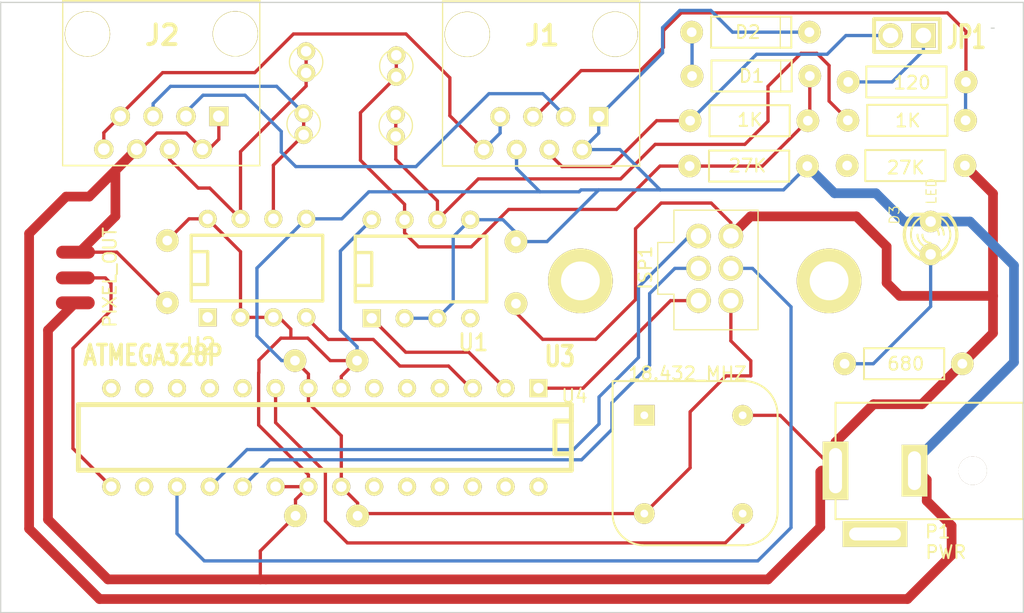
<source format=kicad_pcb>
(kicad_pcb (version 3) (host pcbnew "(2013-07-07 BZR 4022)-stable")

  (general
    (links 72)
    (no_connects 2)
    (area 155.599999 136.201 235.009001 183.980001)
    (thickness 1.6)
    (drawings 5)
    (tracks 296)
    (zones 0)
    (modules 29)
    (nets 22)
  )

  (page A3)
  (layers
    (15 F.Cu signal)
    (0 B.Cu signal)
    (16 B.Adhes user)
    (17 F.Adhes user)
    (18 B.Paste user)
    (19 F.Paste user)
    (20 B.SilkS user)
    (21 F.SilkS user)
    (22 B.Mask user)
    (23 F.Mask user)
    (24 Dwgs.User user)
    (25 Cmts.User user)
    (26 Eco1.User user)
    (27 Eco2.User user)
    (28 Edge.Cuts user)
  )

  (setup
    (last_trace_width 0.254)
    (user_trace_width 0.5)
    (user_trace_width 0.75)
    (user_trace_width 1.2)
    (user_trace_width 2)
    (user_trace_width 3.5)
    (user_trace_width 4)
    (trace_clearance 0.254)
    (zone_clearance 0.508)
    (zone_45_only no)
    (trace_min 0.254)
    (segment_width 0.2)
    (edge_width 0.1)
    (via_size 0.889)
    (via_drill 0.635)
    (via_min_size 0.889)
    (via_min_drill 0.508)
    (user_via 1 0.8)
    (user_via 2.75 2.5)
    (uvia_size 0.508)
    (uvia_drill 0.127)
    (uvias_allowed no)
    (uvia_min_size 0.508)
    (uvia_min_drill 0.127)
    (pcb_text_width 0.3)
    (pcb_text_size 1.5 1.5)
    (mod_edge_width 0.15)
    (mod_text_size 1 1)
    (mod_text_width 0.15)
    (pad_size 1.2 3)
    (pad_drill 0.8)
    (pad_to_mask_clearance 0)
    (aux_axis_origin 0 0)
    (visible_elements 7FFFFFFF)
    (pcbplotparams
      (layerselection 3178497)
      (usegerberextensions true)
      (excludeedgelayer true)
      (linewidth 0.150000)
      (plotframeref false)
      (viasonmask false)
      (mode 1)
      (useauxorigin false)
      (hpglpennumber 1)
      (hpglpenspeed 20)
      (hpglpendiameter 15)
      (hpglpenoverlay 2)
      (psnegative false)
      (psa4output false)
      (plotreference true)
      (plotvalue true)
      (plotothertext true)
      (plotinvisibletext false)
      (padsonsilk false)
      (subtractmaskfromsilk false)
      (outputformat 1)
      (mirror false)
      (drillshape 1)
      (scaleselection 1)
      (outputdirectory ""))
  )

  (net 0 "")
  (net 1 +5V)
  (net 2 GND)
  (net 3 N-000001)
  (net 4 N-0000010)
  (net 5 N-0000011)
  (net 6 N-0000013)
  (net 7 N-0000015)
  (net 8 N-0000016)
  (net 9 N-0000017)
  (net 10 N-0000018)
  (net 11 N-0000019)
  (net 12 N-000002)
  (net 13 N-0000020)
  (net 14 N-0000022)
  (net 15 N-000003)
  (net 16 N-000004)
  (net 17 N-000005)
  (net 18 N-000006)
  (net 19 N-000007)
  (net 20 N-000008)
  (net 21 N-000009)

  (net_class Default "This is the default net class."
    (clearance 0.254)
    (trace_width 0.254)
    (via_dia 0.889)
    (via_drill 0.635)
    (uvia_dia 0.508)
    (uvia_drill 0.127)
    (add_net "")
    (add_net +5V)
    (add_net GND)
    (add_net N-000001)
    (add_net N-0000010)
    (add_net N-0000011)
    (add_net N-0000013)
    (add_net N-0000015)
    (add_net N-0000016)
    (add_net N-0000017)
    (add_net N-0000018)
    (add_net N-0000019)
    (add_net N-000002)
    (add_net N-0000020)
    (add_net N-0000022)
    (add_net N-000003)
    (add_net N-000004)
    (add_net N-000005)
    (add_net N-000006)
    (add_net N-000007)
    (add_net N-000008)
    (add_net N-000009)
  )

  (module TESTPOINT-CIRCLE (layer F.Cu) (tedit 5422399F) (tstamp 556A7E1D)
    (at 179.26 141.35 90)
    (descr "Connecteurs 2 pins")
    (tags "CONN DEV")
    (path /556063E0)
    (fp_text reference TP2 (at 0 -1.524 90) (layer F.SilkS) hide
      (effects (font (size 0.762 0.762) (thickness 0.1524)))
    )
    (fp_text value TESTPOINT (at 0.127 1.524 90) (layer F.SilkS) hide
      (effects (font (size 0.762 0.762) (thickness 0.1524)))
    )
    (fp_circle (center 0.01 0) (end -1.28 -0.01) (layer F.SilkS) (width 0.1))
    (pad 1 thru_hole circle (at -0.83 0 90) (size 1.397 1.397) (drill 0.8128)
      (layers *.Cu *.Mask F.SilkS)
      (net 7 N-0000015)
    )
    (pad 1 thru_hole circle (at 0.84 0 90) (size 1.397 1.397) (drill 0.8128)
      (layers *.Cu *.Mask F.SilkS)
      (net 7 N-0000015)
    )
    (model connectors/testpoint.wrl
      (at (xyz 0 0 0))
      (scale (xyz 1 1 1))
      (rotate (xyz 0 0 0))
    )
  )

  (module TESTPOINT-CIRCLE (layer F.Cu) (tedit 5422399F) (tstamp 556A7E24)
    (at 179.07 146.15 90)
    (descr "Connecteurs 2 pins")
    (tags "CONN DEV")
    (path /556063DA)
    (fp_text reference TP1 (at 0 -1.524 90) (layer F.SilkS) hide
      (effects (font (size 0.762 0.762) (thickness 0.1524)))
    )
    (fp_text value TESTPOINT (at 0.127 1.524 90) (layer F.SilkS) hide
      (effects (font (size 0.762 0.762) (thickness 0.1524)))
    )
    (fp_circle (center 0.01 0) (end -1.28 -0.01) (layer F.SilkS) (width 0.1))
    (pad 1 thru_hole circle (at -0.83 0 90) (size 1.397 1.397) (drill 0.8128)
      (layers *.Cu *.Mask F.SilkS)
      (net 4 N-0000010)
    )
    (pad 1 thru_hole circle (at 0.84 0 90) (size 1.397 1.397) (drill 0.8128)
      (layers *.Cu *.Mask F.SilkS)
      (net 4 N-0000010)
    )
    (model connectors/testpoint.wrl
      (at (xyz 0 0 0))
      (scale (xyz 1 1 1))
      (rotate (xyz 0 0 0))
    )
  )

  (module TESTPOINT-CIRCLE (layer F.Cu) (tedit 5422399F) (tstamp 556A7E2B)
    (at 186.23 141.66 90)
    (descr "Connecteurs 2 pins")
    (tags "CONN DEV")
    (path /55605EB1)
    (fp_text reference TP4 (at 0 -1.524 90) (layer F.SilkS) hide
      (effects (font (size 0.762 0.762) (thickness 0.1524)))
    )
    (fp_text value TESTPOINT (at 0.127 1.524 90) (layer F.SilkS) hide
      (effects (font (size 0.762 0.762) (thickness 0.1524)))
    )
    (fp_circle (center 0.01 0) (end -1.28 -0.01) (layer F.SilkS) (width 0.1))
    (pad 1 thru_hole circle (at -0.83 0 90) (size 1.397 1.397) (drill 0.8128)
      (layers *.Cu *.Mask F.SilkS)
      (net 5 N-0000011)
    )
    (pad 1 thru_hole circle (at 0.84 0 90) (size 1.397 1.397) (drill 0.8128)
      (layers *.Cu *.Mask F.SilkS)
      (net 5 N-0000011)
    )
    (model connectors/testpoint.wrl
      (at (xyz 0 0 0))
      (scale (xyz 1 1 1))
      (rotate (xyz 0 0 0))
    )
  )

  (module TESTPOINT-CIRCLE (layer F.Cu) (tedit 5422399F) (tstamp 556A7E32)
    (at 186.19 146.27 90)
    (descr "Connecteurs 2 pins")
    (tags "CONN DEV")
    (path /55605E9A)
    (fp_text reference TP3 (at 0 -1.524 90) (layer F.SilkS) hide
      (effects (font (size 0.762 0.762) (thickness 0.1524)))
    )
    (fp_text value TESTPOINT (at 0.127 1.524 90) (layer F.SilkS) hide
      (effects (font (size 0.762 0.762) (thickness 0.1524)))
    )
    (fp_circle (center 0.01 0) (end -1.28 -0.01) (layer F.SilkS) (width 0.1))
    (pad 1 thru_hole circle (at -0.83 0 90) (size 1.397 1.397) (drill 0.8128)
      (layers *.Cu *.Mask F.SilkS)
      (net 19 N-000007)
    )
    (pad 1 thru_hole circle (at 0.84 0 90) (size 1.397 1.397) (drill 0.8128)
      (layers *.Cu *.Mask F.SilkS)
      (net 19 N-000007)
    )
    (model connectors/testpoint.wrl
      (at (xyz 0 0 0))
      (scale (xyz 1 1 1))
      (rotate (xyz 0 0 0))
    )
  )

  (module RJ45_8_SHORT (layer F.Cu) (tedit 5422258F) (tstamp 556A7E44)
    (at 168.07 139.19 180)
    (tags RJ45)
    (path /556017D8)
    (fp_text reference J2 (at -0.075 -0.075 180) (layer F.SilkS)
      (effects (font (size 1.524 1.524) (thickness 0.3048)))
    )
    (fp_text value 215877-1 (at 0.04 -11.28 180) (layer F.SilkS) hide
      (effects (font (size 1.00076 1.00076) (thickness 0.2032)))
    )
    (fp_line (start -7.61 2.58) (end -7.61 -10.18) (layer F.SilkS) (width 0.1))
    (fp_line (start 7.62 2.58) (end 7.63 -10.17) (layer F.SilkS) (width 0.1))
    (fp_line (start -7.62 2.584) (end 7.62 2.584) (layer F.SilkS) (width 0.127))
    (fp_line (start 7.62 -10.16) (end -7.62 -10.16) (layer F.SilkS) (width 0.127))
    (pad Hole thru_hole circle (at 5.71 0.02 180) (size 3.5 3.5) (drill 3.4)
      (layers *.Cu *.Mask F.SilkS)
    )
    (pad Hole thru_hole circle (at -5.72 0.03 180) (size 3.5 3.5) (drill 3.4)
      (layers *.Cu *.Mask F.SilkS)
    )
    (pad 1 thru_hole rect (at -4.445 -6.35 180) (size 1.50114 1.50114) (drill 0.89916)
      (layers *.Cu *.Mask F.SilkS)
      (net 2 GND)
    )
    (pad 2 thru_hole circle (at -3.175 -8.89 180) (size 1.50114 1.50114) (drill 0.89916)
      (layers *.Cu *.Mask F.SilkS)
      (net 2 GND)
    )
    (pad 3 thru_hole circle (at -1.905 -6.35 180) (size 1.50114 1.50114) (drill 0.89916)
      (layers *.Cu *.Mask F.SilkS)
      (net 21 N-000009)
    )
    (pad 4 thru_hole circle (at -0.635 -8.89 180) (size 1.50114 1.50114) (drill 0.89916)
      (layers *.Cu *.Mask F.SilkS)
      (net 7 N-0000015)
    )
    (pad 5 thru_hole circle (at 0.635 -6.35 180) (size 1.50114 1.50114) (drill 0.89916)
      (layers *.Cu *.Mask F.SilkS)
      (net 4 N-0000010)
    )
    (pad 6 thru_hole circle (at 1.905 -8.89 180) (size 1.50114 1.50114) (drill 0.89916)
      (layers *.Cu *.Mask F.SilkS)
      (net 2 GND)
    )
    (pad 7 thru_hole circle (at 3.175 -6.35 180) (size 1.50114 1.50114) (drill 0.89916)
      (layers *.Cu *.Mask F.SilkS)
      (net 14 N-0000022)
    )
    (pad 8 thru_hole circle (at 4.445 -8.89 180) (size 1.50114 1.50114) (drill 0.89916)
      (layers *.Cu *.Mask F.SilkS)
      (net 14 N-0000022)
    )
    (model connectors/RJ45_8.wrl
      (at (xyz 0 0 0))
      (scale (xyz 0.4 0.4 0.4))
      (rotate (xyz 0 0 0))
    )
  )

  (module RJ45_8_SHORT (layer F.Cu) (tedit 5422258F) (tstamp 556A7E56)
    (at 197.43 139.22 180)
    (tags RJ45)
    (path /556017C9)
    (fp_text reference J1 (at -0.075 -0.075 180) (layer F.SilkS)
      (effects (font (size 1.524 1.524) (thickness 0.3048)))
    )
    (fp_text value 215877-1 (at 0.04 -11.28 180) (layer F.SilkS) hide
      (effects (font (size 1.00076 1.00076) (thickness 0.2032)))
    )
    (fp_line (start -7.61 2.58) (end -7.61 -10.18) (layer F.SilkS) (width 0.1))
    (fp_line (start 7.62 2.58) (end 7.63 -10.17) (layer F.SilkS) (width 0.1))
    (fp_line (start -7.62 2.584) (end 7.62 2.584) (layer F.SilkS) (width 0.127))
    (fp_line (start 7.62 -10.16) (end -7.62 -10.16) (layer F.SilkS) (width 0.127))
    (pad Hole thru_hole circle (at 5.71 0.02 180) (size 3.5 3.5) (drill 3.4)
      (layers *.Cu *.Mask F.SilkS)
    )
    (pad Hole thru_hole circle (at -5.72 0.03 180) (size 3.5 3.5) (drill 3.4)
      (layers *.Cu *.Mask F.SilkS)
    )
    (pad 1 thru_hole rect (at -4.445 -6.35 180) (size 1.50114 1.50114) (drill 0.89916)
      (layers *.Cu *.Mask F.SilkS)
      (net 2 GND)
    )
    (pad 2 thru_hole circle (at -3.175 -8.89 180) (size 1.50114 1.50114) (drill 0.89916)
      (layers *.Cu *.Mask F.SilkS)
      (net 2 GND)
    )
    (pad 3 thru_hole circle (at -1.905 -6.35 180) (size 1.50114 1.50114) (drill 0.89916)
      (layers *.Cu *.Mask F.SilkS)
      (net 21 N-000009)
    )
    (pad 4 thru_hole circle (at -0.635 -8.89 180) (size 1.50114 1.50114) (drill 0.89916)
      (layers *.Cu *.Mask F.SilkS)
      (net 11 N-0000019)
    )
    (pad 5 thru_hole circle (at 0.635 -6.35 180) (size 1.50114 1.50114) (drill 0.89916)
      (layers *.Cu *.Mask F.SilkS)
      (net 13 N-0000020)
    )
    (pad 6 thru_hole circle (at 1.905 -8.89 180) (size 1.50114 1.50114) (drill 0.89916)
      (layers *.Cu *.Mask F.SilkS)
      (net 2 GND)
    )
    (pad 7 thru_hole circle (at 3.175 -6.35 180) (size 1.50114 1.50114) (drill 0.89916)
      (layers *.Cu *.Mask F.SilkS)
      (net 14 N-0000022)
    )
    (pad 8 thru_hole circle (at 4.445 -8.89 180) (size 1.50114 1.50114) (drill 0.89916)
      (layers *.Cu *.Mask F.SilkS)
      (net 14 N-0000022)
    )
    (model connectors/RJ45_8.wrl
      (at (xyz 0 0 0))
      (scale (xyz 0.4 0.4 0.4))
      (rotate (xyz 0 0 0))
    )
  )

  (module Resisitor (layer F.Cu) (tedit 556A81E3) (tstamp 556A7E60)
    (at 225.58 149.35 180)
    (path /556017F1)
    (fp_text reference R2 (at 0 2.2 180) (layer F.SilkS) hide
      (effects (font (size 1 1) (thickness 0.15)))
    )
    (fp_text value 27K (at -0.02 -0.16 180) (layer F.SilkS)
      (effects (font (size 1 1) (thickness 0.15)))
    )
    (fp_line (start 3.1 1.2) (end 3.1 -1.2) (layer F.SilkS) (width 0.15))
    (fp_line (start -3.1 1.2) (end -3.1 -1.2) (layer F.SilkS) (width 0.15))
    (fp_line (start -3.1 1.2) (end 3.1 1.2) (layer F.SilkS) (width 0.15))
    (fp_line (start 3.1 -1.2) (end -3.1 -1.2) (layer F.SilkS) (width 0.15))
    (pad 1 thru_hole circle (at -4.6 0 180) (size 1.75 1.75) (drill 0.75)
      (layers *.Cu *.Mask F.SilkS)
      (net 1 +5V)
    )
    (pad 2 thru_hole circle (at 4.5 0 180) (size 1.75 1.75) (drill 0.75)
      (layers *.Cu *.Mask F.SilkS)
      (net 19 N-000007)
    )
  )

  (module Resisitor (layer F.Cu) (tedit 556A81E5) (tstamp 556A7E6A)
    (at 225.73 145.85)
    (path /556017FE)
    (fp_text reference R3 (at 0 2.2) (layer F.SilkS) hide
      (effects (font (size 1 1) (thickness 0.15)))
    )
    (fp_text value 1K (at 0.04 0.02) (layer F.SilkS)
      (effects (font (size 1 1) (thickness 0.15)))
    )
    (fp_line (start 3.1 1.2) (end 3.1 -1.2) (layer F.SilkS) (width 0.15))
    (fp_line (start -3.1 1.2) (end -3.1 -1.2) (layer F.SilkS) (width 0.15))
    (fp_line (start -3.1 1.2) (end 3.1 1.2) (layer F.SilkS) (width 0.15))
    (fp_line (start 3.1 -1.2) (end -3.1 -1.2) (layer F.SilkS) (width 0.15))
    (pad 1 thru_hole circle (at -4.6 0) (size 1.75 1.75) (drill 0.75)
      (layers *.Cu *.Mask F.SilkS)
      (net 19 N-000007)
    )
    (pad 2 thru_hole circle (at 4.5 0) (size 1.75 1.75) (drill 0.75)
      (layers *.Cu *.Mask F.SilkS)
      (net 13 N-0000020)
    )
  )

  (module Resisitor (layer F.Cu) (tedit 556A81E7) (tstamp 556A7E74)
    (at 213.54 145.88)
    (path /55601804)
    (fp_text reference R4 (at 0 2.2) (layer F.SilkS) hide
      (effects (font (size 1 1) (thickness 0.15)))
    )
    (fp_text value 1K (at 0.02 -0.06) (layer F.SilkS)
      (effects (font (size 1 1) (thickness 0.15)))
    )
    (fp_line (start 3.1 1.2) (end 3.1 -1.2) (layer F.SilkS) (width 0.15))
    (fp_line (start -3.1 1.2) (end -3.1 -1.2) (layer F.SilkS) (width 0.15))
    (fp_line (start -3.1 1.2) (end 3.1 1.2) (layer F.SilkS) (width 0.15))
    (fp_line (start 3.1 -1.2) (end -3.1 -1.2) (layer F.SilkS) (width 0.15))
    (pad 1 thru_hole circle (at -4.6 0) (size 1.75 1.75) (drill 0.75)
      (layers *.Cu *.Mask F.SilkS)
      (net 11 N-0000019)
    )
    (pad 2 thru_hole circle (at 4.5 0) (size 1.75 1.75) (drill 0.75)
      (layers *.Cu *.Mask F.SilkS)
      (net 5 N-0000011)
    )
  )

  (module Resisitor (layer F.Cu) (tedit 556A81E9) (tstamp 556A7E7E)
    (at 213.5 149.39)
    (path /5560180A)
    (fp_text reference R5 (at 0 2.2) (layer F.SilkS) hide
      (effects (font (size 1 1) (thickness 0.15)))
    )
    (fp_text value 27K (at -0.13 -0.03) (layer F.SilkS)
      (effects (font (size 1 1) (thickness 0.15)))
    )
    (fp_line (start 3.1 1.2) (end 3.1 -1.2) (layer F.SilkS) (width 0.15))
    (fp_line (start -3.1 1.2) (end -3.1 -1.2) (layer F.SilkS) (width 0.15))
    (fp_line (start -3.1 1.2) (end 3.1 1.2) (layer F.SilkS) (width 0.15))
    (fp_line (start 3.1 -1.2) (end -3.1 -1.2) (layer F.SilkS) (width 0.15))
    (pad 1 thru_hole circle (at -4.6 0) (size 1.75 1.75) (drill 0.75)
      (layers *.Cu *.Mask F.SilkS)
      (net 5 N-0000011)
    )
    (pad 2 thru_hole circle (at 4.5 0) (size 1.75 1.75) (drill 0.75)
      (layers *.Cu *.Mask F.SilkS)
      (net 2 GND)
    )
  )

  (module Resisitor (layer F.Cu) (tedit 556A8795) (tstamp 556A7E88)
    (at 225.66 142.88 180)
    (path /55601964)
    (fp_text reference R1 (at 0 2.2 180) (layer F.SilkS) hide
      (effects (font (size 1 1) (thickness 0.15)))
    )
    (fp_text value 120 (at -0.44 -0.06 180) (layer F.SilkS)
      (effects (font (size 1 1) (thickness 0.15)))
    )
    (fp_line (start 3.1 1.2) (end 3.1 -1.2) (layer F.SilkS) (width 0.15))
    (fp_line (start -3.1 1.2) (end -3.1 -1.2) (layer F.SilkS) (width 0.15))
    (fp_line (start -3.1 1.2) (end 3.1 1.2) (layer F.SilkS) (width 0.15))
    (fp_line (start 3.1 -1.2) (end -3.1 -1.2) (layer F.SilkS) (width 0.15))
    (pad 1 thru_hole circle (at -4.6 0 180) (size 1.75 1.75) (drill 0.75)
      (layers *.Cu *.Mask F.SilkS)
      (net 13 N-0000020)
    )
    (pad 2 thru_hole circle (at 4.5 0 180) (size 1.75 1.75) (drill 0.75)
      (layers *.Cu *.Mask F.SilkS)
      (net 18 N-000006)
    )
  )

  (module Resisitor (layer F.Cu) (tedit 556A81D8) (tstamp 556A7E92)
    (at 225.48 164.68)
    (path /55603BF8)
    (fp_text reference R6 (at 0 2.2) (layer F.SilkS) hide
      (effects (font (size 1 1) (thickness 0.15)))
    )
    (fp_text value 680 (at 0.13 0) (layer F.SilkS)
      (effects (font (size 1 1) (thickness 0.15)))
    )
    (fp_line (start 3.1 1.2) (end 3.1 -1.2) (layer F.SilkS) (width 0.15))
    (fp_line (start -3.1 1.2) (end -3.1 -1.2) (layer F.SilkS) (width 0.15))
    (fp_line (start -3.1 1.2) (end 3.1 1.2) (layer F.SilkS) (width 0.15))
    (fp_line (start 3.1 -1.2) (end -3.1 -1.2) (layer F.SilkS) (width 0.15))
    (pad 1 thru_hole circle (at -4.6 0) (size 1.75 1.75) (drill 0.75)
      (layers *.Cu *.Mask F.SilkS)
      (net 10 N-0000018)
    )
    (pad 2 thru_hole circle (at 4.5 0) (size 1.75 1.75) (drill 0.75)
      (layers *.Cu *.Mask F.SilkS)
      (net 1 +5V)
    )
  )

  (module POWER_IN (layer F.Cu) (tedit 556A81D3) (tstamp 556A7E9E)
    (at 227.38 176.02 180)
    (path /5560409D)
    (fp_text reference P1 (at -0.7 -1.65 180) (layer F.SilkS)
      (effects (font (size 1 1) (thickness 0.15)))
    )
    (fp_text value PWR (at -1.33 -3.24 180) (layer F.SilkS)
      (effects (font (size 1 1) (thickness 0.15)))
    )
    (fp_line (start 7.2 8.32) (end 7.2 -0.68) (layer F.SilkS) (width 0.15))
    (fp_line (start 7.2 8.32) (end -7.3 8.32) (layer F.SilkS) (width 0.15))
    (fp_line (start -7.3 8.32) (end -7.3 -0.68) (layer F.SilkS) (width 0.15))
    (fp_line (start -7.3 -0.68) (end 7.2 -0.68) (layer F.SilkS) (width 0.15))
    (pad "" thru_hole rect (at 4.15 -1.83 180) (size 5 2) (drill oval 4 1)
      (layers *.Cu *.Mask F.SilkS)
    )
    (pad 1 thru_hole rect (at 7.2 3.07 180) (size 2 4.5) (drill oval 1 3.5)
      (layers *.Cu *.Mask F.SilkS)
      (net 1 +5V)
    )
    (pad 2 thru_hole rect (at 1.1 3.07 180) (size 2 4) (drill oval 1 3)
      (layers *.Cu *.Mask F.SilkS)
      (net 2 GND)
    )
    (pad "" thru_hole circle (at -3.4 3.07 180) (size 2.2 2.2) (drill 2.2)
      (layers *.Cu *.Mask F.SilkS)
    )
  )

  (module LED-3MM (layer F.Cu) (tedit 556A81D6) (tstamp 556A7EBE)
    (at 227.53 154.95 90)
    (descr "LED 3mm - Lead pitch 100mil (2,54mm)")
    (tags "LED led 3mm 3MM 100mil 2,54mm")
    (path /55603AB2)
    (fp_text reference D3 (at 1.778 -2.794 90) (layer F.SilkS)
      (effects (font (size 0.762 0.762) (thickness 0.0889)))
    )
    (fp_text value LED (at 3.61 0.06 90) (layer F.SilkS)
      (effects (font (size 0.762 0.762) (thickness 0.0889)))
    )
    (fp_line (start 1.8288 1.27) (end 1.8288 -1.27) (layer F.SilkS) (width 0.254))
    (fp_arc (start 0.254 0) (end -1.27 0) (angle 39.8) (layer F.SilkS) (width 0.1524))
    (fp_arc (start 0.254 0) (end -0.88392 1.01092) (angle 41.6) (layer F.SilkS) (width 0.1524))
    (fp_arc (start 0.254 0) (end 1.4097 -0.9906) (angle 40.6) (layer F.SilkS) (width 0.1524))
    (fp_arc (start 0.254 0) (end 1.778 0) (angle 39.8) (layer F.SilkS) (width 0.1524))
    (fp_arc (start 0.254 0) (end 0.254 -1.524) (angle 54.4) (layer F.SilkS) (width 0.1524))
    (fp_arc (start 0.254 0) (end -0.9652 -0.9144) (angle 53.1) (layer F.SilkS) (width 0.1524))
    (fp_arc (start 0.254 0) (end 1.45542 0.93472) (angle 52.1) (layer F.SilkS) (width 0.1524))
    (fp_arc (start 0.254 0) (end 0.254 1.524) (angle 52.1) (layer F.SilkS) (width 0.1524))
    (fp_arc (start 0.254 0) (end -0.381 0) (angle 90) (layer F.SilkS) (width 0.1524))
    (fp_arc (start 0.254 0) (end -0.762 0) (angle 90) (layer F.SilkS) (width 0.1524))
    (fp_arc (start 0.254 0) (end 0.889 0) (angle 90) (layer F.SilkS) (width 0.1524))
    (fp_arc (start 0.254 0) (end 1.27 0) (angle 90) (layer F.SilkS) (width 0.1524))
    (fp_arc (start 0.254 0) (end 0.254 -2.032) (angle 50.1) (layer F.SilkS) (width 0.254))
    (fp_arc (start 0.254 0) (end -1.5367 -0.95504) (angle 61.9) (layer F.SilkS) (width 0.254))
    (fp_arc (start 0.254 0) (end 1.8034 1.31064) (angle 49.7) (layer F.SilkS) (width 0.254))
    (fp_arc (start 0.254 0) (end 0.254 2.032) (angle 60.2) (layer F.SilkS) (width 0.254))
    (fp_arc (start 0.254 0) (end -1.778 0) (angle 28.3) (layer F.SilkS) (width 0.254))
    (fp_arc (start 0.254 0) (end -1.47574 1.06426) (angle 31.6) (layer F.SilkS) (width 0.254))
    (pad 1 thru_hole circle (at -1.27 0 90) (size 1.6764 1.6764) (drill 0.8128)
      (layers *.Cu *.Mask F.SilkS)
      (net 10 N-0000018)
    )
    (pad 2 thru_hole circle (at 1.27 0 90) (size 1.6764 1.6764) (drill 0.8128)
      (layers *.Cu *.Mask F.SilkS)
      (net 2 GND)
    )
    (model discret/leds/led3_vertical_verde.wrl
      (at (xyz 0 0 0))
      (scale (xyz 1 1 1))
      (rotate (xyz 0 0 0))
    )
  )

  (module JUMPER (layer F.Cu) (tedit 55BE37F7) (tstamp 556A7EC8)
    (at 225.7 139.29 180)
    (descr "Connecteurs 2 pins")
    (tags "CONN DEV")
    (path /5560196C)
    (fp_text reference JP1 (at -4.6 -0.13 180) (layer F.SilkS)
      (effects (font (size 1.72974 1.08712) (thickness 0.3048)))
    )
    (fp_text value JUMPER (at 0 -2.54 180) (layer F.SilkS) hide
      (effects (font (size 1.524 1.016) (thickness 0.3048)))
    )
    (fp_line (start -2.54 1.27) (end -2.54 -1.27) (layer F.SilkS) (width 0.3048))
    (fp_line (start -2.54 -1.27) (end 2.54 -1.27) (layer F.SilkS) (width 0.3048))
    (fp_line (start 2.54 -1.27) (end 2.54 1.27) (layer F.SilkS) (width 0.3048))
    (fp_line (start 2.54 1.27) (end -2.54 1.27) (layer F.SilkS) (width 0.3048))
    (pad 1 thru_hole rect (at -1.27 0 180) (size 1.9 1.9) (drill 1.2)
      (layers *.Cu *.Mask F.SilkS)
      (net 18 N-000006)
    )
    (pad 2 thru_hole circle (at 1.27 0 180) (size 1.9 1.9) (drill 1.2)
      (layers *.Cu *.Mask F.SilkS)
      (net 11 N-0000019)
    )
  )

  (module ISP (layer F.Cu) (tedit 556A81A9) (tstamp 556A7EDB)
    (at 210.69 157.8 90)
    (path /55601846)
    (fp_text reference ISP1 (at 0.55 -5.21 90) (layer F.SilkS)
      (effects (font (size 1 1) (thickness 0.15)))
    )
    (fp_text value ISP (at 0 -4.1 90) (layer F.SilkS) hide
      (effects (font (size 1 1) (thickness 0.15)))
    )
    (fp_line (start -1.5 -4.25) (end 2.5 -4.25) (layer F.SilkS) (width 0.1))
    (fp_line (start 2.5 -4.25) (end 2.5 -3) (layer F.SilkS) (width 0.1))
    (fp_line (start 2.5 -3) (end 5 -3) (layer F.SilkS) (width 0.1))
    (fp_line (start -2 -3) (end -1.5 -3) (layer F.SilkS) (width 0.1))
    (fp_line (start -1.5 -3) (end -1.5 -4.25) (layer F.SilkS) (width 0.1))
    (fp_line (start -2 -3) (end -4.25 -3) (layer F.SilkS) (width 0.1))
    (fp_line (start -4.25 -3) (end -4.25 3.5) (layer F.SilkS) (width 0.1))
    (fp_line (start -4.25 3.5) (end 5 3.5) (layer F.SilkS) (width 0.1))
    (fp_line (start 5 3.5) (end 5 -3) (layer F.SilkS) (width 0.1))
    (pad 1 thru_hole circle (at 3 -1.1 90) (size 1.9 1.9) (drill 1.2)
      (layers *.Cu *.Mask F.SilkS)
      (net 3 N-000001)
    )
    (pad 3 thru_hole circle (at 0.5 -1.1 90) (size 1.9 1.9) (drill 1.2)
      (layers *.Cu *.Mask F.SilkS)
      (net 9 N-0000017)
    )
    (pad 5 thru_hole circle (at -2 -1.1 90) (size 1.9 1.9) (drill 1.2)
      (layers *.Cu *.Mask F.SilkS)
      (net 12 N-000002)
    )
    (pad 2 thru_hole circle (at 3 1.4 90) (size 1.9 1.9) (drill 1.2)
      (layers *.Cu *.Mask F.SilkS)
      (net 1 +5V)
    )
    (pad 4 thru_hole circle (at 0.5 1.4 90) (size 1.9 1.9) (drill 1.2)
      (layers *.Cu *.Mask F.SilkS)
      (net 8 N-0000016)
    )
    (pad 6 thru_hole circle (at -2 1.4 90) (size 1.9 1.9) (drill 1.2)
      (layers *.Cu *.Mask F.SilkS)
      (net 2 GND)
    )
  )

  (module DIP-8__300 (layer F.Cu) (tedit 556A8841) (tstamp 556A7EEE)
    (at 175.46 157.28)
    (descr "8 pins DIL package, round pads")
    (tags DIL)
    (path /5560183E)
    (fp_text reference U2 (at -4.34 6.06) (layer F.SilkS)
      (effects (font (size 1.27 1.143) (thickness 0.2032)))
    )
    (fp_text value SN65LBC176AP (at 0.48 5.77) (layer F.SilkS) hide
      (effects (font (size 1.27 1.016) (thickness 0.2032)))
    )
    (fp_line (start -5.08 -1.27) (end -3.81 -1.27) (layer F.SilkS) (width 0.254))
    (fp_line (start -3.81 -1.27) (end -3.81 1.27) (layer F.SilkS) (width 0.254))
    (fp_line (start -3.81 1.27) (end -5.08 1.27) (layer F.SilkS) (width 0.254))
    (fp_line (start -5.08 -2.54) (end 5.08 -2.54) (layer F.SilkS) (width 0.254))
    (fp_line (start 5.08 -2.54) (end 5.08 2.54) (layer F.SilkS) (width 0.254))
    (fp_line (start 5.08 2.54) (end -5.08 2.54) (layer F.SilkS) (width 0.254))
    (fp_line (start -5.08 2.54) (end -5.08 -2.54) (layer F.SilkS) (width 0.254))
    (pad 1 thru_hole rect (at -3.81 3.81) (size 1.397 1.397) (drill 0.8128)
      (layers *.Cu *.Mask F.SilkS)
    )
    (pad 2 thru_hole circle (at -1.27 3.81) (size 1.397 1.397) (drill 0.8128)
      (layers *.Cu *.Mask F.SilkS)
      (net 1 +5V)
    )
    (pad 3 thru_hole circle (at 1.27 3.81) (size 1.397 1.397) (drill 0.8128)
      (layers *.Cu *.Mask F.SilkS)
      (net 1 +5V)
    )
    (pad 4 thru_hole circle (at 3.81 3.81) (size 1.397 1.397) (drill 0.8128)
      (layers *.Cu *.Mask F.SilkS)
      (net 16 N-000004)
    )
    (pad 5 thru_hole circle (at 3.81 -3.81) (size 1.397 1.397) (drill 0.8128)
      (layers *.Cu *.Mask F.SilkS)
      (net 2 GND)
    )
    (pad 6 thru_hole circle (at 1.27 -3.81) (size 1.397 1.397) (drill 0.8128)
      (layers *.Cu *.Mask F.SilkS)
      (net 4 N-0000010)
    )
    (pad 7 thru_hole circle (at -1.27 -3.81) (size 1.397 1.397) (drill 0.8128)
      (layers *.Cu *.Mask F.SilkS)
      (net 7 N-0000015)
    )
    (pad 8 thru_hole circle (at -3.81 -3.81) (size 1.397 1.397) (drill 0.8128)
      (layers *.Cu *.Mask F.SilkS)
      (net 1 +5V)
    )
    (model dil/dil_8.wrl
      (at (xyz 0 0 0))
      (scale (xyz 1 1 1))
      (rotate (xyz 0 0 0))
    )
  )

  (module DIP-8__300 (layer F.Cu) (tedit 556A81B2) (tstamp 556A7F01)
    (at 188.14 157.35)
    (descr "8 pins DIL package, round pads")
    (tags DIL)
    (path /55601831)
    (fp_text reference U1 (at 4.04 5.69) (layer F.SilkS)
      (effects (font (size 1.27 1.143) (thickness 0.2032)))
    )
    (fp_text value SN65LBC176AP (at 0 0) (layer F.SilkS) hide
      (effects (font (size 1.27 1.016) (thickness 0.2032)))
    )
    (fp_line (start -5.08 -1.27) (end -3.81 -1.27) (layer F.SilkS) (width 0.254))
    (fp_line (start -3.81 -1.27) (end -3.81 1.27) (layer F.SilkS) (width 0.254))
    (fp_line (start -3.81 1.27) (end -5.08 1.27) (layer F.SilkS) (width 0.254))
    (fp_line (start -5.08 -2.54) (end 5.08 -2.54) (layer F.SilkS) (width 0.254))
    (fp_line (start 5.08 -2.54) (end 5.08 2.54) (layer F.SilkS) (width 0.254))
    (fp_line (start 5.08 2.54) (end -5.08 2.54) (layer F.SilkS) (width 0.254))
    (fp_line (start -5.08 2.54) (end -5.08 -2.54) (layer F.SilkS) (width 0.254))
    (pad 1 thru_hole rect (at -3.81 3.81) (size 1.397 1.397) (drill 0.8128)
      (layers *.Cu *.Mask F.SilkS)
      (net 17 N-000005)
    )
    (pad 2 thru_hole circle (at -1.27 3.81) (size 1.397 1.397) (drill 0.8128)
      (layers *.Cu *.Mask F.SilkS)
      (net 2 GND)
    )
    (pad 3 thru_hole circle (at 1.27 3.81) (size 1.397 1.397) (drill 0.8128)
      (layers *.Cu *.Mask F.SilkS)
      (net 2 GND)
    )
    (pad 4 thru_hole circle (at 3.81 3.81) (size 1.397 1.397) (drill 0.8128)
      (layers *.Cu *.Mask F.SilkS)
    )
    (pad 5 thru_hole circle (at 3.81 -3.81) (size 1.397 1.397) (drill 0.8128)
      (layers *.Cu *.Mask F.SilkS)
      (net 2 GND)
    )
    (pad 6 thru_hole circle (at 1.27 -3.81) (size 1.397 1.397) (drill 0.8128)
      (layers *.Cu *.Mask F.SilkS)
      (net 19 N-000007)
    )
    (pad 7 thru_hole circle (at -1.27 -3.81) (size 1.397 1.397) (drill 0.8128)
      (layers *.Cu *.Mask F.SilkS)
      (net 5 N-0000011)
    )
    (pad 8 thru_hole circle (at -3.81 -3.81) (size 1.397 1.397) (drill 0.8128)
      (layers *.Cu *.Mask F.SilkS)
      (net 1 +5V)
    )
    (model dil/dil_8.wrl
      (at (xyz 0 0 0))
      (scale (xyz 1 1 1))
      (rotate (xyz 0 0 0))
    )
  )

  (module DIP-28__300 (layer F.Cu) (tedit 556A86D9) (tstamp 556A7F28)
    (at 180.71 170.38 180)
    (descr "28 pins DIL package, round pads, width 300mil")
    (tags DIL)
    (path /55602A34)
    (fp_text reference U3 (at -18.16 6.26 180) (layer F.SilkS)
      (effects (font (size 1.524 1.143) (thickness 0.3048)))
    )
    (fp_text value ATMEGA328P (at 13.28 6.35 180) (layer F.SilkS)
      (effects (font (size 1.524 1.143) (thickness 0.3048)))
    )
    (fp_line (start -19.05 -2.54) (end 19.05 -2.54) (layer F.SilkS) (width 0.381))
    (fp_line (start 19.05 -2.54) (end 19.05 2.54) (layer F.SilkS) (width 0.381))
    (fp_line (start 19.05 2.54) (end -19.05 2.54) (layer F.SilkS) (width 0.381))
    (fp_line (start -19.05 2.54) (end -19.05 -2.54) (layer F.SilkS) (width 0.381))
    (fp_line (start -19.05 -1.27) (end -17.78 -1.27) (layer F.SilkS) (width 0.381))
    (fp_line (start -17.78 -1.27) (end -17.78 1.27) (layer F.SilkS) (width 0.381))
    (fp_line (start -17.78 1.27) (end -19.05 1.27) (layer F.SilkS) (width 0.381))
    (pad 2 thru_hole circle (at -13.97 3.81 180) (size 1.397 1.397) (drill 0.8128)
      (layers *.Cu *.Mask F.SilkS)
      (net 17 N-000005)
    )
    (pad 3 thru_hole circle (at -11.43 3.81 180) (size 1.397 1.397) (drill 0.8128)
      (layers *.Cu *.Mask F.SilkS)
      (net 16 N-000004)
    )
    (pad 4 thru_hole circle (at -8.89 3.81 180) (size 1.397 1.397) (drill 0.8128)
      (layers *.Cu *.Mask F.SilkS)
    )
    (pad 5 thru_hole circle (at -6.35 3.81 180) (size 1.397 1.397) (drill 0.8128)
      (layers *.Cu *.Mask F.SilkS)
    )
    (pad 6 thru_hole circle (at -3.81 3.81 180) (size 1.397 1.397) (drill 0.8128)
      (layers *.Cu *.Mask F.SilkS)
    )
    (pad 7 thru_hole circle (at -1.27 3.81 180) (size 1.397 1.397) (drill 0.8128)
      (layers *.Cu *.Mask F.SilkS)
      (net 1 +5V)
    )
    (pad 8 thru_hole circle (at 1.27 3.81 180) (size 1.397 1.397) (drill 0.8128)
      (layers *.Cu *.Mask F.SilkS)
      (net 2 GND)
    )
    (pad 9 thru_hole circle (at 3.81 3.81 180) (size 1.397 1.397) (drill 0.8128)
      (layers *.Cu *.Mask F.SilkS)
      (net 15 N-000003)
    )
    (pad 10 thru_hole circle (at 6.35 3.81 180) (size 1.397 1.397) (drill 0.8128)
      (layers *.Cu *.Mask F.SilkS)
    )
    (pad 11 thru_hole circle (at 8.89 3.81 180) (size 1.397 1.397) (drill 0.8128)
      (layers *.Cu *.Mask F.SilkS)
    )
    (pad 12 thru_hole circle (at 11.43 3.81 180) (size 1.397 1.397) (drill 0.8128)
      (layers *.Cu *.Mask F.SilkS)
    )
    (pad 13 thru_hole circle (at 13.97 3.81 180) (size 1.397 1.397) (drill 0.8128)
      (layers *.Cu *.Mask F.SilkS)
    )
    (pad 14 thru_hole circle (at 16.51 3.81 180) (size 1.397 1.397) (drill 0.8128)
      (layers *.Cu *.Mask F.SilkS)
    )
    (pad 1 thru_hole rect (at -16.51 3.81 180) (size 1.397 1.397) (drill 0.8128)
      (layers *.Cu *.Mask F.SilkS)
      (net 12 N-000002)
    )
    (pad 15 thru_hole circle (at 16.51 -3.81 180) (size 1.397 1.397) (drill 0.8128)
      (layers *.Cu *.Mask F.SilkS)
      (net 6 N-0000013)
    )
    (pad 16 thru_hole circle (at 13.97 -3.81 180) (size 1.397 1.397) (drill 0.8128)
      (layers *.Cu *.Mask F.SilkS)
    )
    (pad 17 thru_hole circle (at 11.43 -3.81 180) (size 1.397 1.397) (drill 0.8128)
      (layers *.Cu *.Mask F.SilkS)
      (net 8 N-0000016)
    )
    (pad 18 thru_hole circle (at 8.89 -3.81 180) (size 1.397 1.397) (drill 0.8128)
      (layers *.Cu *.Mask F.SilkS)
      (net 3 N-000001)
    )
    (pad 19 thru_hole circle (at 6.35 -3.81 180) (size 1.397 1.397) (drill 0.8128)
      (layers *.Cu *.Mask F.SilkS)
      (net 9 N-0000017)
    )
    (pad 20 thru_hole circle (at 3.81 -3.81 180) (size 1.397 1.397) (drill 0.8128)
      (layers *.Cu *.Mask F.SilkS)
      (net 1 +5V)
    )
    (pad 21 thru_hole circle (at 1.27 -3.81 180) (size 1.397 1.397) (drill 0.8128)
      (layers *.Cu *.Mask F.SilkS)
      (net 1 +5V)
    )
    (pad 22 thru_hole circle (at -1.27 -3.81 180) (size 1.397 1.397) (drill 0.8128)
      (layers *.Cu *.Mask F.SilkS)
      (net 2 GND)
    )
    (pad 23 thru_hole circle (at -3.81 -3.81 180) (size 1.397 1.397) (drill 0.8128)
      (layers *.Cu *.Mask F.SilkS)
    )
    (pad 24 thru_hole circle (at -6.35 -3.81 180) (size 1.397 1.397) (drill 0.8128)
      (layers *.Cu *.Mask F.SilkS)
    )
    (pad 25 thru_hole circle (at -8.89 -3.81 180) (size 1.397 1.397) (drill 0.8128)
      (layers *.Cu *.Mask F.SilkS)
    )
    (pad 26 thru_hole circle (at -11.43 -3.81 180) (size 1.397 1.397) (drill 0.8128)
      (layers *.Cu *.Mask F.SilkS)
    )
    (pad 27 thru_hole circle (at -13.97 -3.81 180) (size 1.397 1.397) (drill 0.8128)
      (layers *.Cu *.Mask F.SilkS)
    )
    (pad 28 thru_hole circle (at -16.51 -3.81 180) (size 1.397 1.397) (drill 0.8128)
      (layers *.Cu *.Mask F.SilkS)
    )
    (model dil/dil_28-w300.wrl
      (at (xyz 0 0 0))
      (scale (xyz 1 1 1))
      (rotate (xyz 0 0 0))
    )
  )

  (module Diode (layer F.Cu) (tedit 556A80D7) (tstamp 556A7F33)
    (at 213.66 139.03)
    (path /5560181F)
    (fp_text reference D2 (at -0.26 0) (layer F.SilkS)
      (effects (font (size 1 1) (thickness 0.15)))
    )
    (fp_text value IN5229 (at 0 -2) (layer F.SilkS) hide
      (effects (font (size 1 1) (thickness 0.15)))
    )
    (fp_line (start 2.25 -1.25) (end 2.25 1.25) (layer F.SilkS) (width 0.1))
    (fp_line (start 3.1 1.2) (end 3.1 -1.2) (layer F.SilkS) (width 0.15))
    (fp_line (start -3.1 1.2) (end -3.1 -1.2) (layer F.SilkS) (width 0.15))
    (fp_line (start -3.1 1.2) (end 3.1 1.2) (layer F.SilkS) (width 0.15))
    (fp_line (start 3.1 -1.2) (end -3.1 -1.2) (layer F.SilkS) (width 0.15))
    (pad 1 thru_hole circle (at -4.6 0) (size 1.75 1.75) (drill 0.75)
      (layers *.Cu *.Mask F.SilkS)
      (net 20 N-000008)
    )
    (pad 2 thru_hole circle (at 4.5 0) (size 1.75 1.75) (drill 0.75)
      (layers *.Cu *.Mask F.SilkS)
      (net 2 GND)
    )
  )

  (module Diode (layer F.Cu) (tedit 540DAE41) (tstamp 556A7F3E)
    (at 213.69 142.42)
    (path /55601812)
    (fp_text reference D1 (at 0 0) (layer F.SilkS)
      (effects (font (size 1 1) (thickness 0.15)))
    )
    (fp_text value IN5239 (at 0 -2) (layer F.SilkS) hide
      (effects (font (size 1 1) (thickness 0.15)))
    )
    (fp_line (start 2.25 -1.25) (end 2.25 1.25) (layer F.SilkS) (width 0.1))
    (fp_line (start 3.1 1.2) (end 3.1 -1.2) (layer F.SilkS) (width 0.15))
    (fp_line (start -3.1 1.2) (end -3.1 -1.2) (layer F.SilkS) (width 0.15))
    (fp_line (start -3.1 1.2) (end 3.1 1.2) (layer F.SilkS) (width 0.15))
    (fp_line (start 3.1 -1.2) (end -3.1 -1.2) (layer F.SilkS) (width 0.15))
    (pad 1 thru_hole circle (at -4.6 0) (size 1.75 1.75) (drill 0.75)
      (layers *.Cu *.Mask F.SilkS)
      (net 20 N-000008)
    )
    (pad 2 thru_hole circle (at 4.5 0) (size 1.75 1.75) (drill 0.75)
      (layers *.Cu *.Mask F.SilkS)
      (net 5 N-0000011)
    )
  )

  (module 18.432MHz (layer F.Cu) (tedit 556A8744) (tstamp 556A7F4D)
    (at 209 172.02)
    (path /55601855)
    (fp_text reference U4 (at -9 -4.84) (layer F.SilkS)
      (effects (font (size 1 1) (thickness 0.15)))
    )
    (fp_text value 18.432_MHZ (at -0.27 -6.59) (layer F.SilkS)
      (effects (font (size 1 1) (thickness 0.15)))
    )
    (fp_line (start -6.05 4.2) (end -6.05 -6) (layer F.SilkS) (width 0.15))
    (fp_line (start 4.05 6.7) (end -3.8 6.7) (layer F.SilkS) (width 0.15))
    (fp_line (start 6.7 4.15) (end 6.7 -3.45) (layer F.SilkS) (width 0.15))
    (fp_line (start -6 -6) (end 4.2 -6) (layer F.SilkS) (width 0.15))
    (fp_arc (start 4.1 -3.4) (end 4.1 -6) (angle 90) (layer F.SilkS) (width 0.15))
    (fp_arc (start 4.1 4.1) (end 6.7 4.15) (angle 90) (layer F.SilkS) (width 0.15))
    (fp_arc (start -3.6 4.25) (end -3.7 6.7) (angle 90) (layer F.SilkS) (width 0.15))
    (pad 1 thru_hole rect (at -3.6 -3.35) (size 1.6 1.6) (drill 0.6)
      (layers *.Cu *.Mask F.SilkS)
    )
    (pad 4 thru_hole circle (at -3.6 4.25) (size 1.6 1.6) (drill 0.6)
      (layers *.Cu *.Mask F.SilkS)
      (net 2 GND)
    )
    (pad 8 thru_hole circle (at 4 -3.35) (size 1.6 1.6) (drill 0.6)
      (layers *.Cu *.Mask F.SilkS)
      (net 1 +5V)
    )
    (pad 5 thru_hole circle (at 4 4.25) (size 1.6 1.6) (drill 0.6)
      (layers *.Cu *.Mask F.SilkS)
      (net 15 N-000003)
    )
  )

  (module .1uF (layer F.Cu) (tedit 5426C3BF) (tstamp 556A7F53)
    (at 180.9 164.44)
    (path /55601C84)
    (fp_text reference C2 (at -2.5 1.75) (layer F.SilkS) hide
      (effects (font (size 1 1) (thickness 0.15)))
    )
    (fp_text value .1uF (at 0 1.5) (layer F.SilkS) hide
      (effects (font (size 1 1) (thickness 0.15)))
    )
    (pad 1 thru_hole circle (at -2.5 0) (size 1.75 1.75) (drill 0.75)
      (layers *.Cu *.Mask F.SilkS)
      (net 2 GND)
    )
    (pad 2 thru_hole circle (at 2.3 0) (size 1.75 1.75) (drill 0.75)
      (layers *.Cu *.Mask F.SilkS)
      (net 1 +5V)
    )
  )

  (module .1uF (layer F.Cu) (tedit 5426C3BF) (tstamp 556A7F59)
    (at 168.53 157.45 90)
    (path /55601C91)
    (fp_text reference C1 (at -2.5 1.75 90) (layer F.SilkS) hide
      (effects (font (size 1 1) (thickness 0.15)))
    )
    (fp_text value .1uF (at 0 1.5 90) (layer F.SilkS) hide
      (effects (font (size 1 1) (thickness 0.15)))
    )
    (pad 1 thru_hole circle (at -2.5 0 90) (size 1.75 1.75) (drill 0.75)
      (layers *.Cu *.Mask F.SilkS)
      (net 2 GND)
    )
    (pad 2 thru_hole circle (at 2.3 0 90) (size 1.75 1.75) (drill 0.75)
      (layers *.Cu *.Mask F.SilkS)
      (net 1 +5V)
    )
  )

  (module .1uF (layer F.Cu) (tedit 5426C3BF) (tstamp 556A7F5F)
    (at 180.94 176.44)
    (path /55602C49)
    (fp_text reference C4 (at -2.5 1.75) (layer F.SilkS) hide
      (effects (font (size 1 1) (thickness 0.15)))
    )
    (fp_text value .1uF (at 0 1.5) (layer F.SilkS) hide
      (effects (font (size 1 1) (thickness 0.15)))
    )
    (pad 1 thru_hole circle (at -2.5 0) (size 1.75 1.75) (drill 0.75)
      (layers *.Cu *.Mask F.SilkS)
      (net 1 +5V)
    )
    (pad 2 thru_hole circle (at 2.3 0) (size 1.75 1.75) (drill 0.75)
      (layers *.Cu *.Mask F.SilkS)
      (net 2 GND)
    )
  )

  (module .1uF (layer F.Cu) (tedit 5426C3BF) (tstamp 556A7F65)
    (at 195.48 157.73 270)
    (path /55602C4F)
    (fp_text reference C3 (at -2.5 1.75 270) (layer F.SilkS) hide
      (effects (font (size 1 1) (thickness 0.15)))
    )
    (fp_text value .1uF (at 0 1.5 270) (layer F.SilkS) hide
      (effects (font (size 1 1) (thickness 0.15)))
    )
    (pad 1 thru_hole circle (at -2.5 0 270) (size 1.75 1.75) (drill 0.75)
      (layers *.Cu *.Mask F.SilkS)
      (net 2 GND)
    )
    (pad 2 thru_hole circle (at 2.3 0 270) (size 1.75 1.75) (drill 0.75)
      (layers *.Cu *.Mask F.SilkS)
      (net 1 +5V)
    )
  )

  (module PIXEL_OUT (layer F.Cu) (tedit 556A88F1) (tstamp 556A807B)
    (at 161.42 158.04 270)
    (path /556A6E20)
    (fp_text reference P2 (at -0.09 -3.12 270) (layer F.SilkS) hide
      (effects (font (size 1 1) (thickness 0.15)))
    )
    (fp_text value PIXEL_OUT (at -0.04 -2.67 270) (layer F.SilkS)
      (effects (font (size 1 1) (thickness 0.15)))
    )
    (pad 1 smd oval (at 1.93 0 270) (size 1 3)
      (layers F.Cu F.Paste F.Mask)
      (net 1 +5V)
    )
    (pad 2 smd oval (at -1.99 -0.02 270) (size 1 3)
      (layers F.Cu F.Paste F.Mask)
      (net 2 GND)
    )
    (pad 3 smd oval (at 0 0 270) (size 1 3)
      (layers F.Cu F.Paste F.Mask)
      (net 6 N-0000013)
    )
  )

  (module ScrewHole (layer F.Cu) (tedit 556A82B5) (tstamp 556A8800)
    (at 200.46 158.27)
    (fp_text reference "" (at 0 4.1) (layer F.SilkS) hide
      (effects (font (size 1 1) (thickness 0.15)))
    )
    (fp_text value "" (at 0 -2.6) (layer F.SilkS) hide
      (effects (font (size 1 1) (thickness 0.15)))
    )
    (pad "" thru_hole circle (at 0 0) (size 5 5) (drill 3)
      (layers *.Cu *.Mask F.SilkS)
    )
  )

  (module ScrewHole (layer F.Cu) (tedit 556A82B5) (tstamp 556A8829)
    (at 219.68 158.27)
    (fp_text reference "" (at 0 4.1) (layer F.SilkS) hide
      (effects (font (size 1 1) (thickness 0.15)))
    )
    (fp_text value "" (at 0 -2.6) (layer F.SilkS) hide
      (effects (font (size 1 1) (thickness 0.15)))
    )
    (pad "" thru_hole circle (at 0 0) (size 5 5) (drill 3)
      (layers *.Cu *.Mask F.SilkS)
    )
  )

  (gr_line (start 155.65 136.7) (end 155.65 183.93) (angle 90) (layer Edge.Cuts) (width 0.1))
  (gr_line (start 234.7 136.73) (end 155.66 136.73) (angle 90) (layer Edge.Cuts) (width 0.1))
  (gr_line (start 234.7 183.93) (end 234.7 136.73) (angle 90) (layer Edge.Cuts) (width 0.1))
  (gr_line (start 155.66 183.93) (end 234.7 183.93) (angle 90) (layer Edge.Cuts) (width 0.1))
  (gr_line (start 232.44 138.72) (end 232.22 138.72) (angle 90) (layer Edge.Cuts) (width 0.1))

  (segment (start 183.2 164.44) (end 183.2 163.37) (width 0.254) (layer B.Cu) (net 1) (status 400000))
  (segment (start 181.91 155.96) (end 184.33 153.54) (width 0.254) (layer B.Cu) (net 1) (tstamp 55BE35F7) (status 800000))
  (segment (start 181.91 162.08) (end 181.91 155.96) (width 0.254) (layer B.Cu) (net 1) (tstamp 55BE35F5))
  (segment (start 183.2 163.37) (end 181.91 162.08) (width 0.254) (layer B.Cu) (net 1) (tstamp 55BE35F2))
  (segment (start 229.98 164.68) (end 230.15 164.68) (width 0.254) (layer F.Cu) (net 1))
  (segment (start 231.29 163.37) (end 231.36 163.3) (width 0.254) (layer F.Cu) (net 1) (tstamp 55BE349D))
  (segment (start 231.29 163.54) (end 231.29 163.37) (width 0.254) (layer F.Cu) (net 1) (tstamp 55BE349C))
  (segment (start 230.15 164.68) (end 231.29 163.54) (width 0.254) (layer F.Cu) (net 1) (tstamp 55BE349A))
  (segment (start 213 168.67) (end 215.9 168.67) (width 0.254) (layer F.Cu) (net 1))
  (segment (start 215.9 168.67) (end 220.18 172.95) (width 0.254) (layer F.Cu) (net 1) (tstamp 55BE3490))
  (segment (start 232.35 159.43) (end 225.14 159.43) (width 0.75) (layer F.Cu) (net 1))
  (segment (start 213.61 153.28) (end 212.09 154.8) (width 0.75) (layer F.Cu) (net 1) (tstamp 55BE3468))
  (segment (start 221.79 153.28) (end 213.61 153.28) (width 0.75) (layer F.Cu) (net 1) (tstamp 55BE3467))
  (segment (start 224.13 155.62) (end 221.79 153.28) (width 0.75) (layer F.Cu) (net 1) (tstamp 55BE3466))
  (segment (start 224.13 158.42) (end 224.13 155.62) (width 0.75) (layer F.Cu) (net 1) (tstamp 55BE3465))
  (segment (start 225.14 159.43) (end 224.13 158.42) (width 0.75) (layer F.Cu) (net 1) (tstamp 55BE3464))
  (segment (start 220.18 172.95) (end 220.18 170.75) (width 0.75) (layer F.Cu) (net 1))
  (segment (start 232.35 151.52) (end 230.18 149.35) (width 0.75) (layer F.Cu) (net 1) (tstamp 55BE345E))
  (segment (start 232.35 162.31) (end 232.35 159.43) (width 0.75) (layer F.Cu) (net 1) (tstamp 55BE345C))
  (segment (start 232.35 159.43) (end 232.35 151.52) (width 0.75) (layer F.Cu) (net 1) (tstamp 55BE3462))
  (segment (start 226.85 167.81) (end 231.36 163.3) (width 0.75) (layer F.Cu) (net 1) (tstamp 55BE3459))
  (segment (start 231.36 163.3) (end 232.35 162.31) (width 0.75) (layer F.Cu) (net 1) (tstamp 55BE34A2))
  (segment (start 223.12 167.81) (end 226.85 167.81) (width 0.75) (layer F.Cu) (net 1) (tstamp 55BE3458))
  (segment (start 220.18 170.75) (end 223.12 167.81) (width 0.75) (layer F.Cu) (net 1) (tstamp 55BE3450))
  (segment (start 176.73 161.09) (end 177.17 161.09) (width 0.254) (layer F.Cu) (net 1))
  (segment (start 178.08 162) (end 178.08 162.7) (width 0.254) (layer F.Cu) (net 1) (tstamp 55BE3419))
  (segment (start 177.17 161.09) (end 178.08 162) (width 0.254) (layer F.Cu) (net 1) (tstamp 55BE3415))
  (segment (start 179.44 174.19) (end 179.44 173.27) (width 0.254) (layer F.Cu) (net 1))
  (segment (start 179.44 173.27) (end 175.59 169.42) (width 0.254) (layer F.Cu) (net 1) (tstamp 55BE33D4))
  (segment (start 175.59 169.42) (end 175.59 165.38) (width 0.254) (layer F.Cu) (net 1) (tstamp 55BE33D6))
  (segment (start 175.59 165.38) (end 175.61 165.36) (width 0.254) (layer F.Cu) (net 1) (tstamp 55BE33D9))
  (segment (start 175.61 165.36) (end 175.61 164.4) (width 0.254) (layer F.Cu) (net 1) (tstamp 55BE33DA))
  (segment (start 175.61 164.4) (end 177.31 162.7) (width 0.254) (layer F.Cu) (net 1) (tstamp 55BE33E7))
  (segment (start 177.31 162.7) (end 178.08 162.7) (width 0.254) (layer F.Cu) (net 1) (tstamp 55BE33E8))
  (segment (start 181.13 164.44) (end 183.2 164.44) (width 0.254) (layer F.Cu) (net 1) (tstamp 55BE33EB))
  (segment (start 178.08 162.7) (end 179.39 162.7) (width 0.254) (layer F.Cu) (net 1) (tstamp 55BE341C))
  (segment (start 179.39 162.7) (end 181.13 164.44) (width 0.254) (layer F.Cu) (net 1) (tstamp 55BE33EA))
  (segment (start 195.48 160.03) (end 195.48 160.73) (width 0.254) (layer F.Cu) (net 1))
  (segment (start 195.48 160.73) (end 197.54 162.79) (width 0.254) (layer F.Cu) (net 1) (tstamp 556A8FE1))
  (segment (start 197.54 162.79) (end 201.65 162.79) (width 0.254) (layer F.Cu) (net 1) (tstamp 556A8FE2))
  (segment (start 201.65 162.79) (end 204.72 159.72) (width 0.254) (layer F.Cu) (net 1) (tstamp 556A8FE4))
  (segment (start 204.72 159.72) (end 204.72 154.23) (width 0.254) (layer F.Cu) (net 1) (tstamp 556A8FE6))
  (segment (start 204.72 154.23) (end 206.7 152.25) (width 0.254) (layer F.Cu) (net 1) (tstamp 556A8FE8))
  (segment (start 206.7 152.25) (end 210.57 152.25) (width 0.254) (layer F.Cu) (net 1) (tstamp 556A8FEA))
  (segment (start 210.57 152.25) (end 212.09 153.77) (width 0.254) (layer F.Cu) (net 1) (tstamp 556A8FEC))
  (segment (start 212.09 153.77) (end 212.09 154.8) (width 0.254) (layer F.Cu) (net 1) (tstamp 556A8FED))
  (segment (start 174.19 161.09) (end 174.19 156.01) (width 0.254) (layer F.Cu) (net 1))
  (segment (start 174.19 156.01) (end 171.65 153.47) (width 0.254) (layer F.Cu) (net 1) (tstamp 556A8FD9))
  (segment (start 171.65 153.47) (end 170.21 153.47) (width 0.254) (layer F.Cu) (net 1) (tstamp 556A8FDB))
  (segment (start 170.21 153.47) (end 168.53 155.15) (width 0.254) (layer F.Cu) (net 1) (tstamp 556A8FDC))
  (segment (start 176.73 161.09) (end 174.19 161.09) (width 0.254) (layer F.Cu) (net 1))
  (segment (start 181.98 166.57) (end 181.98 165.66) (width 0.254) (layer F.Cu) (net 1))
  (segment (start 181.98 165.66) (end 183.2 164.44) (width 0.254) (layer F.Cu) (net 1) (tstamp 556A8FCD))
  (segment (start 176.9 174.19) (end 179.44 174.19) (width 0.254) (layer F.Cu) (net 1))
  (segment (start 179.44 174.19) (end 178.44 175.19) (width 0.254) (layer F.Cu) (net 1) (tstamp 556A8F3C))
  (segment (start 178.44 175.19) (end 178.44 176.44) (width 0.254) (layer F.Cu) (net 1) (tstamp 556A8F3D))
  (segment (start 175.72 181.36) (end 175.72 179.16) (width 0.254) (layer F.Cu) (net 1))
  (segment (start 175.72 179.16) (end 178.44 176.44) (width 0.254) (layer F.Cu) (net 1) (tstamp 556A8F38))
  (segment (start 220.18 172.95) (end 219.1 172.95) (width 0.75) (layer F.Cu) (net 1))
  (segment (start 159.31 162.08) (end 161.42 159.97) (width 0.75) (layer F.Cu) (net 1) (tstamp 556A8E48))
  (segment (start 159.31 176.73) (end 159.31 162.08) (width 0.75) (layer F.Cu) (net 1) (tstamp 556A8E46))
  (segment (start 163.94 181.36) (end 159.31 176.73) (width 0.75) (layer F.Cu) (net 1) (tstamp 556A8E44))
  (segment (start 214.96 181.36) (end 176.15 181.36) (width 0.75) (layer F.Cu) (net 1) (tstamp 556A8E42))
  (segment (start 176.15 181.36) (end 175.72 181.36) (width 0.75) (layer F.Cu) (net 1) (tstamp 556A8EE2))
  (segment (start 175.72 181.36) (end 163.94 181.36) (width 0.75) (layer F.Cu) (net 1) (tstamp 556A8F36))
  (segment (start 219 177.32) (end 214.96 181.36) (width 0.75) (layer F.Cu) (net 1) (tstamp 556A8E40))
  (segment (start 219 173.05) (end 219 177.32) (width 0.75) (layer F.Cu) (net 1) (tstamp 556A8E3F))
  (segment (start 219.1 172.95) (end 219 173.05) (width 0.75) (layer F.Cu) (net 1) (tstamp 556A8E3E))
  (segment (start 218.16 139.03) (end 212.22 139.03) (width 0.254) (layer B.Cu) (net 2) (status 400000))
  (segment (start 206.81 140.635) (end 201.875 145.57) (width 0.254) (layer B.Cu) (net 2) (tstamp 55BE36EA) (status 800000))
  (segment (start 206.81 138.68) (end 206.81 140.635) (width 0.254) (layer B.Cu) (net 2) (tstamp 55BE36E8))
  (segment (start 208.14 137.35) (end 206.81 138.68) (width 0.254) (layer B.Cu) (net 2) (tstamp 55BE36E6))
  (segment (start 210.54 137.35) (end 208.14 137.35) (width 0.254) (layer B.Cu) (net 2) (tstamp 55BE36E4))
  (segment (start 212.22 139.03) (end 210.54 137.35) (width 0.254) (layer B.Cu) (net 2) (tstamp 55BE36E2))
  (segment (start 195.525 148.11) (end 195.525 149.575) (width 0.254) (layer B.Cu) (net 2) (status 400000))
  (segment (start 195.525 149.575) (end 197.33 151.38) (width 0.254) (layer B.Cu) (net 2) (tstamp 55BE36C8))
  (segment (start 201.875 145.57) (end 201.875 146.84) (width 0.254) (layer B.Cu) (net 2) (status 400000))
  (segment (start 201.875 146.84) (end 200.605 148.11) (width 0.254) (layer B.Cu) (net 2) (tstamp 55BE36BF) (status 800000))
  (segment (start 200.605 148.11) (end 203.51 148.11) (width 0.254) (layer B.Cu) (net 2) (tstamp 55BE36C1) (status 400000))
  (segment (start 203.51 148.11) (end 206.63 151.23) (width 0.254) (layer B.Cu) (net 2) (tstamp 55BE36C2))
  (segment (start 166.165 148.08) (end 166.48 148.08) (width 0.254) (layer F.Cu) (net 2) (status C00000))
  (segment (start 169.995 146.83) (end 171.245 148.08) (width 0.254) (layer F.Cu) (net 2) (tstamp 55BE3614) (status 800000))
  (segment (start 167.73 146.83) (end 169.995 146.83) (width 0.254) (layer F.Cu) (net 2) (tstamp 55BE3611))
  (segment (start 166.48 148.08) (end 167.73 146.83) (width 0.254) (layer F.Cu) (net 2) (tstamp 55BE360A) (status 400000))
  (segment (start 171.245 148.08) (end 171.75 148.08) (width 0.254) (layer F.Cu) (net 2) (tstamp 55BE3616) (status C00000))
  (segment (start 172.515 147.315) (end 172.515 145.54) (width 0.254) (layer F.Cu) (net 2) (tstamp 55BE3618) (status 800000))
  (segment (start 171.75 148.08) (end 172.515 147.315) (width 0.254) (layer F.Cu) (net 2) (tstamp 55BE3617) (status 400000))
  (segment (start 179.27 153.47) (end 182.02 153.47) (width 0.254) (layer B.Cu) (net 2))
  (segment (start 200.51 151.23) (end 201.88 151.23) (width 0.254) (layer B.Cu) (net 2) (tstamp 55BE3503))
  (segment (start 200.36 151.38) (end 200.51 151.23) (width 0.254) (layer B.Cu) (net 2) (tstamp 55BE3502))
  (segment (start 184.11 151.38) (end 197.33 151.38) (width 0.254) (layer B.Cu) (net 2) (tstamp 55BE3500))
  (segment (start 197.33 151.38) (end 200.36 151.38) (width 0.254) (layer B.Cu) (net 2) (tstamp 55BE36CC))
  (segment (start 182.02 153.47) (end 184.11 151.38) (width 0.254) (layer B.Cu) (net 2) (tstamp 55BE34FD))
  (segment (start 195.48 155.23) (end 197.88 155.23) (width 0.254) (layer B.Cu) (net 2))
  (segment (start 197.88 155.23) (end 201.88 151.23) (width 0.254) (layer B.Cu) (net 2) (tstamp 55BE34ED))
  (segment (start 216.16 151.23) (end 218 149.39) (width 0.254) (layer B.Cu) (net 2) (tstamp 55BE34F2))
  (segment (start 201.88 151.23) (end 206.63 151.23) (width 0.254) (layer B.Cu) (net 2) (tstamp 55BE34F0))
  (segment (start 206.63 151.23) (end 216.16 151.23) (width 0.254) (layer B.Cu) (net 2) (tstamp 55BE36C6))
  (segment (start 186.87 161.16) (end 189.41 161.16) (width 0.254) (layer B.Cu) (net 2))
  (segment (start 189.41 161.16) (end 190.63 159.94) (width 0.254) (layer B.Cu) (net 2) (tstamp 55BE34DF))
  (segment (start 190.63 159.94) (end 190.63 154.86) (width 0.254) (layer B.Cu) (net 2) (tstamp 55BE34E0))
  (segment (start 190.63 154.86) (end 191.95 153.54) (width 0.254) (layer B.Cu) (net 2) (tstamp 55BE34E4))
  (segment (start 191.95 153.54) (end 194.47 153.54) (width 0.254) (layer B.Cu) (net 2) (tstamp 55BE34E6))
  (segment (start 194.47 153.54) (end 195.48 154.55) (width 0.254) (layer B.Cu) (net 2) (tstamp 55BE34E7))
  (segment (start 195.48 154.55) (end 195.48 155.23) (width 0.254) (layer B.Cu) (net 2) (tstamp 55BE34E8))
  (segment (start 227.53 153.68) (end 225.49 153.68) (width 0.75) (layer B.Cu) (net 2))
  (segment (start 225.49 153.68) (end 223.3 151.49) (width 0.75) (layer B.Cu) (net 2) (tstamp 55BE347E))
  (segment (start 223.3 151.49) (end 220.1 151.49) (width 0.75) (layer B.Cu) (net 2) (tstamp 55BE347F))
  (segment (start 220.1 151.49) (end 218 149.39) (width 0.75) (layer B.Cu) (net 2) (tstamp 55BE3480))
  (segment (start 226.28 172.95) (end 226.28 172.25) (width 0.75) (layer B.Cu) (net 2))
  (segment (start 230.57 153.68) (end 227.53 153.68) (width 0.75) (layer B.Cu) (net 2) (tstamp 55BE347A))
  (segment (start 233.97 157.08) (end 230.57 153.68) (width 0.75) (layer B.Cu) (net 2) (tstamp 55BE3478))
  (segment (start 233.97 164.56) (end 233.97 157.08) (width 0.75) (layer B.Cu) (net 2) (tstamp 55BE3474))
  (segment (start 226.28 172.25) (end 233.97 164.56) (width 0.75) (layer B.Cu) (net 2) (tstamp 55BE3473))
  (segment (start 161.44 156.05) (end 164.63 156.05) (width 0.254) (layer F.Cu) (net 2))
  (segment (start 164.63 156.05) (end 168.53 159.95) (width 0.254) (layer F.Cu) (net 2) (tstamp 55BE33F7))
  (segment (start 181.98 174.19) (end 181.98 170.25) (width 0.254) (layer F.Cu) (net 2))
  (segment (start 179.44 167.71) (end 179.44 166.57) (width 0.254) (layer F.Cu) (net 2) (tstamp 55BE33F2))
  (segment (start 181.98 170.25) (end 179.44 167.71) (width 0.254) (layer F.Cu) (net 2) (tstamp 55BE33EF))
  (segment (start 178.4 164.44) (end 177.37 164.44) (width 0.254) (layer B.Cu) (net 2))
  (segment (start 175.46 157.28) (end 179.27 153.47) (width 0.254) (layer B.Cu) (net 2) (tstamp 55BE33C8))
  (segment (start 175.46 162.53) (end 175.46 157.28) (width 0.254) (layer B.Cu) (net 2) (tstamp 55BE33C5))
  (segment (start 177.37 164.44) (end 175.46 162.53) (width 0.254) (layer B.Cu) (net 2) (tstamp 55BE33C2))
  (segment (start 179.44 166.57) (end 179.44 165.48) (width 0.254) (layer F.Cu) (net 2))
  (segment (start 179.44 165.48) (end 178.4 164.44) (width 0.254) (layer F.Cu) (net 2) (tstamp 556A8FC9))
  (segment (start 212.09 159.8) (end 212.09 162.91) (width 0.254) (layer F.Cu) (net 2))
  (segment (start 213.63 164.45) (end 213.63 165.62) (width 0.254) (layer F.Cu) (net 2) (tstamp 556A8F71))
  (segment (start 212.09 162.91) (end 213.63 164.45) (width 0.254) (layer F.Cu) (net 2) (tstamp 556A8F6F))
  (segment (start 183.24 176.44) (end 183.24 175.45) (width 0.254) (layer F.Cu) (net 2))
  (segment (start 183.24 175.45) (end 181.98 174.19) (width 0.254) (layer F.Cu) (net 2) (tstamp 556A8F47))
  (segment (start 205.4 176.27) (end 183.41 176.27) (width 0.254) (layer F.Cu) (net 2))
  (segment (start 183.41 176.27) (end 183.24 176.44) (width 0.254) (layer F.Cu) (net 2) (tstamp 556A8F44))
  (segment (start 208.94 172.73) (end 205.4 176.27) (width 0.254) (layer F.Cu) (net 2) (tstamp 556A8ED8))
  (segment (start 208.94 168.4) (end 208.94 172.73) (width 0.254) (layer F.Cu) (net 2) (tstamp 556A8ED6))
  (segment (start 211.72 165.62) (end 208.94 168.4) (width 0.254) (layer F.Cu) (net 2) (tstamp 556A8ED4))
  (segment (start 213.63 165.62) (end 211.72 165.62) (width 0.254) (layer F.Cu) (net 2) (tstamp 556A8F75))
  (segment (start 161.44 156.05) (end 161.74 156.05) (width 0.75) (layer F.Cu) (net 2))
  (segment (start 164.52 153.27) (end 164.52 149.725) (width 0.75) (layer F.Cu) (net 2) (tstamp 556A8E6D))
  (segment (start 161.74 156.05) (end 164.52 153.27) (width 0.75) (layer F.Cu) (net 2) (tstamp 556A8E6C))
  (segment (start 226.28 172.95) (end 226.52 172.95) (width 0.75) (layer F.Cu) (net 2))
  (segment (start 162.495 151.75) (end 164.52 149.725) (width 0.75) (layer F.Cu) (net 2) (tstamp 556A8E69))
  (segment (start 164.52 149.725) (end 166.165 148.08) (width 0.75) (layer F.Cu) (net 2) (tstamp 556A8E70))
  (segment (start 160.71 151.75) (end 162.495 151.75) (width 0.75) (layer F.Cu) (net 2) (tstamp 556A8E68))
  (segment (start 157.85 154.61) (end 160.71 151.75) (width 0.75) (layer F.Cu) (net 2) (tstamp 556A8E67))
  (segment (start 157.85 177.44) (end 157.85 154.61) (width 0.75) (layer F.Cu) (net 2) (tstamp 556A8E65))
  (segment (start 163.29 182.88) (end 157.85 177.44) (width 0.75) (layer F.Cu) (net 2) (tstamp 556A8E63))
  (segment (start 225.74 182.88) (end 163.29 182.88) (width 0.75) (layer F.Cu) (net 2) (tstamp 556A8E61))
  (segment (start 229.15 179.47) (end 225.74 182.88) (width 0.75) (layer F.Cu) (net 2) (tstamp 556A8E60))
  (segment (start 229.15 177.21) (end 229.15 179.47) (width 0.75) (layer F.Cu) (net 2) (tstamp 556A8E5F))
  (segment (start 227.23 175.29) (end 229.15 177.21) (width 0.75) (layer F.Cu) (net 2) (tstamp 556A8E5E))
  (segment (start 227.23 173.66) (end 227.23 175.29) (width 0.75) (layer F.Cu) (net 2) (tstamp 556A8E5D))
  (segment (start 226.52 172.95) (end 227.23 173.66) (width 0.75) (layer F.Cu) (net 2) (tstamp 556A8E5C))
  (segment (start 209.59 154.8) (end 208.89 154.8) (width 0.254) (layer B.Cu) (net 3))
  (segment (start 174.69 171.32) (end 171.82 174.19) (width 0.254) (layer B.Cu) (net 3) (tstamp 556A8FA3))
  (segment (start 199.92 171.32) (end 174.69 171.32) (width 0.254) (layer B.Cu) (net 3) (tstamp 556A8FA1))
  (segment (start 201.9 169.34) (end 199.92 171.32) (width 0.254) (layer B.Cu) (net 3) (tstamp 556A8F9F))
  (segment (start 201.9 167.25) (end 201.9 169.34) (width 0.254) (layer B.Cu) (net 3) (tstamp 556A8F9D))
  (segment (start 204.95 164.2) (end 201.9 167.25) (width 0.254) (layer B.Cu) (net 3) (tstamp 556A8F9B))
  (segment (start 204.95 158.74) (end 204.95 164.2) (width 0.254) (layer B.Cu) (net 3) (tstamp 556A8F99))
  (segment (start 208.89 154.8) (end 204.95 158.74) (width 0.254) (layer B.Cu) (net 3) (tstamp 556A8F98))
  (segment (start 167.435 145.54) (end 167.435 144.565) (width 0.254) (layer B.Cu) (net 4) (status 400000))
  (segment (start 176.98 143.22) (end 179.07 145.31) (width 0.254) (layer B.Cu) (net 4) (tstamp 55BE368C) (status 800000))
  (segment (start 168.78 143.22) (end 176.98 143.22) (width 0.254) (layer B.Cu) (net 4) (tstamp 55BE3689))
  (segment (start 167.435 144.565) (end 168.78 143.22) (width 0.254) (layer B.Cu) (net 4) (tstamp 55BE3687))
  (segment (start 176.73 153.47) (end 176.73 149.32) (width 0.254) (layer F.Cu) (net 4) (status 400000))
  (segment (start 176.73 149.32) (end 179.07 146.98) (width 0.254) (layer F.Cu) (net 4) (tstamp 55BE3631) (status 800000))
  (segment (start 179.07 146.98) (end 179.07 145.31) (width 0.254) (layer F.Cu) (net 4) (tstamp 55BE3633) (status C00000))
  (segment (start 208.9 149.39) (end 214.53 149.39) (width 0.254) (layer F.Cu) (net 5) (status 400000))
  (segment (start 218.19 145.73) (end 218.19 142.42) (width 0.254) (layer F.Cu) (net 5) (tstamp 55BE3730) (status C00000))
  (segment (start 214.53 149.39) (end 218.19 145.73) (width 0.254) (layer F.Cu) (net 5) (tstamp 55BE372E) (status 800000))
  (segment (start 186.87 153.54) (end 186.87 154.56) (width 0.254) (layer F.Cu) (net 5) (status 400000))
  (segment (start 206.61 149.39) (end 208.9 149.39) (width 0.254) (layer F.Cu) (net 5) (tstamp 55BE372A) (status 800000))
  (segment (start 203.26 152.74) (end 206.61 149.39) (width 0.254) (layer F.Cu) (net 5) (tstamp 55BE3728))
  (segment (start 194.92 152.74) (end 203.26 152.74) (width 0.254) (layer F.Cu) (net 5) (tstamp 55BE3726))
  (segment (start 192.02 155.64) (end 194.92 152.74) (width 0.254) (layer F.Cu) (net 5) (tstamp 55BE3724))
  (segment (start 187.95 155.64) (end 192.02 155.64) (width 0.254) (layer F.Cu) (net 5) (tstamp 55BE3722))
  (segment (start 186.87 154.56) (end 187.95 155.64) (width 0.254) (layer F.Cu) (net 5) (tstamp 55BE3720))
  (segment (start 186.87 153.54) (end 186.87 152.35) (width 0.254) (layer F.Cu) (net 5) (status 400000))
  (segment (start 183.46 145.26) (end 186.23 142.49) (width 0.254) (layer F.Cu) (net 5) (tstamp 55BE3652) (status 800000))
  (segment (start 183.46 148.94) (end 183.46 145.26) (width 0.254) (layer F.Cu) (net 5) (tstamp 55BE3650))
  (segment (start 186.87 152.35) (end 183.46 148.94) (width 0.254) (layer F.Cu) (net 5) (tstamp 55BE364C))
  (segment (start 186.23 142.49) (end 186.23 140.82) (width 0.254) (layer F.Cu) (net 5) (tstamp 55BE3654) (status C00000))
  (segment (start 161.42 158.04) (end 163.74 158.04) (width 0.254) (layer F.Cu) (net 6))
  (segment (start 161.24 171.23) (end 164.2 174.19) (width 0.254) (layer F.Cu) (net 6) (tstamp 556A8F32))
  (segment (start 161.24 163.49) (end 161.24 171.23) (width 0.254) (layer F.Cu) (net 6) (tstamp 556A8F30))
  (segment (start 164.18 160.55) (end 161.24 163.49) (width 0.254) (layer F.Cu) (net 6) (tstamp 556A8F2E))
  (segment (start 164.18 158.48) (end 164.18 160.55) (width 0.254) (layer F.Cu) (net 6) (tstamp 556A8F2D))
  (segment (start 163.74 158.04) (end 164.18 158.48) (width 0.254) (layer F.Cu) (net 6) (tstamp 556A8F2B))
  (segment (start 174.19 153.47) (end 174.19 148.27) (width 0.254) (layer F.Cu) (net 7) (status 400000))
  (segment (start 179.26 143.2) (end 179.26 142.18) (width 0.254) (layer F.Cu) (net 7) (tstamp 55BE3647) (status 800000))
  (segment (start 174.19 148.27) (end 179.26 143.2) (width 0.254) (layer F.Cu) (net 7) (tstamp 55BE3643))
  (segment (start 179.26 142.18) (end 179.26 140.51) (width 0.254) (layer F.Cu) (net 7) (tstamp 55BE362D) (status C00000))
  (segment (start 168.705 148.08) (end 168.705 148.875) (width 0.254) (layer F.Cu) (net 7) (status 400000))
  (segment (start 171.81 151.09) (end 174.19 153.47) (width 0.254) (layer F.Cu) (net 7) (tstamp 55BE3621) (status 800000))
  (segment (start 170.92 151.09) (end 171.81 151.09) (width 0.254) (layer F.Cu) (net 7) (tstamp 55BE361F))
  (segment (start 168.705 148.875) (end 170.92 151.09) (width 0.254) (layer F.Cu) (net 7) (tstamp 55BE361D))
  (segment (start 212.09 157.3) (end 213.76 157.3) (width 0.254) (layer B.Cu) (net 8))
  (segment (start 169.28 177.82) (end 169.28 174.19) (width 0.254) (layer B.Cu) (net 8) (tstamp 556A8F59))
  (segment (start 171.39 179.93) (end 169.28 177.82) (width 0.254) (layer B.Cu) (net 8) (tstamp 556A8F57))
  (segment (start 214.17 179.93) (end 171.39 179.93) (width 0.254) (layer B.Cu) (net 8) (tstamp 556A8F55))
  (segment (start 216.74 177.36) (end 214.17 179.93) (width 0.254) (layer B.Cu) (net 8) (tstamp 556A8F53))
  (segment (start 216.74 160.28) (end 216.74 177.36) (width 0.254) (layer B.Cu) (net 8) (tstamp 556A8F51))
  (segment (start 213.76 157.3) (end 216.74 160.28) (width 0.254) (layer B.Cu) (net 8) (tstamp 556A8F4F))
  (segment (start 209.59 157.3) (end 207.76 157.3) (width 0.254) (layer B.Cu) (net 9))
  (segment (start 176.44 172.11) (end 174.36 174.19) (width 0.254) (layer B.Cu) (net 9) (tstamp 556A8F94))
  (segment (start 200.55 172.11) (end 176.44 172.11) (width 0.254) (layer B.Cu) (net 9) (tstamp 556A8F92))
  (segment (start 202.9 169.76) (end 200.55 172.11) (width 0.254) (layer B.Cu) (net 9) (tstamp 556A8F90))
  (segment (start 202.9 167.7) (end 202.9 169.76) (width 0.254) (layer B.Cu) (net 9) (tstamp 556A8F8E))
  (segment (start 205.81 164.79) (end 202.9 167.7) (width 0.254) (layer B.Cu) (net 9) (tstamp 556A8F8C))
  (segment (start 205.81 159.25) (end 205.81 164.79) (width 0.254) (layer B.Cu) (net 9) (tstamp 556A8F8A))
  (segment (start 207.76 157.3) (end 205.81 159.25) (width 0.254) (layer B.Cu) (net 9) (tstamp 556A8F88))
  (segment (start 220.88 164.68) (end 223.1 164.68) (width 0.254) (layer B.Cu) (net 10) (status 400000))
  (segment (start 227.53 160.25) (end 227.53 156.22) (width 0.254) (layer B.Cu) (net 10) (tstamp 55BE35EB) (status 800000))
  (segment (start 223.1 164.68) (end 227.53 160.25) (width 0.254) (layer B.Cu) (net 10) (tstamp 55BE35E8))
  (segment (start 198.065 148.11) (end 198.065 148.455) (width 0.254) (layer F.Cu) (net 11) (status C00000))
  (segment (start 206.35 145.88) (end 208.94 145.88) (width 0.254) (layer F.Cu) (net 11) (tstamp 55BE37CE) (status 800000))
  (segment (start 202.8 149.43) (end 206.35 145.88) (width 0.254) (layer F.Cu) (net 11) (tstamp 55BE37CC))
  (segment (start 199.04 149.43) (end 202.8 149.43) (width 0.254) (layer F.Cu) (net 11) (tstamp 55BE37CA))
  (segment (start 198.065 148.455) (end 199.04 149.43) (width 0.254) (layer F.Cu) (net 11) (tstamp 55BE37C9) (status 400000))
  (segment (start 224.43 139.29) (end 220.98 139.29) (width 0.254) (layer B.Cu) (net 11) (status 400000))
  (segment (start 214.08 140.74) (end 208.94 145.88) (width 0.254) (layer B.Cu) (net 11) (tstamp 55BE378D) (status 800000))
  (segment (start 219.53 140.74) (end 214.08 140.74) (width 0.254) (layer B.Cu) (net 11) (tstamp 55BE378B))
  (segment (start 220.98 139.29) (end 219.53 140.74) (width 0.254) (layer B.Cu) (net 11) (tstamp 55BE3788))
  (segment (start 209.59 159.8) (end 207.43 159.8) (width 0.254) (layer F.Cu) (net 12))
  (segment (start 200.66 166.57) (end 197.22 166.57) (width 0.254) (layer F.Cu) (net 12) (tstamp 556A8F82))
  (segment (start 207.43 159.8) (end 200.66 166.57) (width 0.254) (layer F.Cu) (net 12) (tstamp 556A8F80))
  (segment (start 196.795 145.57) (end 196.95 145.57) (width 0.254) (layer F.Cu) (net 13) (status C00000))
  (segment (start 230.26 138.97) (end 230.26 142.88) (width 0.254) (layer F.Cu) (net 13) (tstamp 55BE37A6) (status 800000))
  (segment (start 228.83 137.54) (end 230.26 138.97) (width 0.254) (layer F.Cu) (net 13) (tstamp 55BE37A4))
  (segment (start 208.25 137.54) (end 228.83 137.54) (width 0.254) (layer F.Cu) (net 13) (tstamp 55BE37A2))
  (segment (start 206.88 138.91) (end 208.25 137.54) (width 0.254) (layer F.Cu) (net 13) (tstamp 55BE37A0))
  (segment (start 206.88 140.21) (end 206.88 138.91) (width 0.254) (layer F.Cu) (net 13) (tstamp 55BE379E))
  (segment (start 205.09 142) (end 206.88 140.21) (width 0.254) (layer F.Cu) (net 13) (tstamp 55BE379C))
  (segment (start 200.52 142) (end 205.09 142) (width 0.254) (layer F.Cu) (net 13) (tstamp 55BE3799))
  (segment (start 196.95 145.57) (end 200.52 142) (width 0.254) (layer F.Cu) (net 13) (tstamp 55BE3798) (status 400000))
  (segment (start 230.23 145.85) (end 230.23 142.91) (width 0.254) (layer B.Cu) (net 13) (status C00000))
  (segment (start 230.23 142.91) (end 230.26 142.88) (width 0.254) (layer B.Cu) (net 13) (tstamp 55BE3785) (status C00000))
  (segment (start 164.895 145.54) (end 164.895 145.435) (width 0.254) (layer F.Cu) (net 14) (status C00000))
  (segment (start 190.37 145.495) (end 192.985 148.11) (width 0.254) (layer F.Cu) (net 14) (tstamp 55BE36FF) (status 800000))
  (segment (start 190.37 142.56) (end 190.37 145.495) (width 0.254) (layer F.Cu) (net 14) (tstamp 55BE36FC))
  (segment (start 186.98 139.17) (end 190.37 142.56) (width 0.254) (layer F.Cu) (net 14) (tstamp 55BE36FA))
  (segment (start 178.28 139.17) (end 186.98 139.17) (width 0.254) (layer F.Cu) (net 14) (tstamp 55BE36F8))
  (segment (start 175.29 142.16) (end 178.28 139.17) (width 0.254) (layer F.Cu) (net 14) (tstamp 55BE36F6))
  (segment (start 168.17 142.16) (end 175.29 142.16) (width 0.254) (layer F.Cu) (net 14) (tstamp 55BE36F4))
  (segment (start 164.895 145.435) (end 168.17 142.16) (width 0.254) (layer F.Cu) (net 14) (tstamp 55BE36F3) (status 400000))
  (segment (start 194.255 145.57) (end 194.255 146.84) (width 0.254) (layer B.Cu) (net 14) (tstamp 55BE3670) (status 400000))
  (segment (start 194.255 146.84) (end 192.985 148.11) (width 0.254) (layer B.Cu) (net 14) (tstamp 55BE3671) (status 800000))
  (segment (start 163.625 148.08) (end 163.625 146.81) (width 0.254) (layer F.Cu) (net 14) (status 400000))
  (segment (start 163.625 146.81) (end 164.895 145.54) (width 0.254) (layer F.Cu) (net 14) (tstamp 55BE3660) (status 800000))
  (segment (start 213 176.27) (end 213 177.2) (width 0.254) (layer F.Cu) (net 15))
  (segment (start 176.9 169.23) (end 176.9 166.57) (width 0.254) (layer F.Cu) (net 15) (tstamp 556A8FB0))
  (segment (start 180.75 173.08) (end 176.9 169.23) (width 0.254) (layer F.Cu) (net 15) (tstamp 556A8FAE))
  (segment (start 180.75 176.84) (end 180.75 173.08) (width 0.254) (layer F.Cu) (net 15) (tstamp 556A8FAC))
  (segment (start 182.45 178.54) (end 180.75 176.84) (width 0.254) (layer F.Cu) (net 15) (tstamp 556A8FAA))
  (segment (start 211.66 178.54) (end 182.45 178.54) (width 0.254) (layer F.Cu) (net 15) (tstamp 556A8FA8))
  (segment (start 213 177.2) (end 211.66 178.54) (width 0.254) (layer F.Cu) (net 15) (tstamp 556A8FA7))
  (segment (start 192.14 166.57) (end 191.98 166.57) (width 0.254) (layer F.Cu) (net 16))
  (segment (start 180.98 162.8) (end 179.27 161.09) (width 0.254) (layer F.Cu) (net 16) (tstamp 556A8FBE))
  (segment (start 184.45 162.8) (end 180.98 162.8) (width 0.254) (layer F.Cu) (net 16) (tstamp 556A8FBC))
  (segment (start 186.51 164.86) (end 184.45 162.8) (width 0.254) (layer F.Cu) (net 16) (tstamp 556A8FBA))
  (segment (start 190.27 164.86) (end 186.51 164.86) (width 0.254) (layer F.Cu) (net 16) (tstamp 556A8FB8))
  (segment (start 191.98 166.57) (end 190.27 164.86) (width 0.254) (layer F.Cu) (net 16) (tstamp 556A8FB7))
  (segment (start 194.68 166.57) (end 194.61 166.57) (width 0.254) (layer F.Cu) (net 17))
  (segment (start 186.96 163.79) (end 184.33 161.16) (width 0.254) (layer F.Cu) (net 17) (tstamp 556A8FC5))
  (segment (start 191.83 163.79) (end 186.96 163.79) (width 0.254) (layer F.Cu) (net 17) (tstamp 556A8FC3))
  (segment (start 194.61 166.57) (end 191.83 163.79) (width 0.254) (layer F.Cu) (net 17) (tstamp 556A8FC2))
  (segment (start 226.97 139.29) (end 226.97 140.46) (width 0.254) (layer B.Cu) (net 18) (status 400000))
  (segment (start 224.55 142.88) (end 221.16 142.88) (width 0.254) (layer B.Cu) (net 18) (tstamp 55BE3793) (status 800000))
  (segment (start 226.97 140.46) (end 224.55 142.88) (width 0.254) (layer B.Cu) (net 18) (tstamp 55BE3791))
  (segment (start 221.13 145.85) (end 221.13 145.81) (width 0.254) (layer F.Cu) (net 19) (status C00000))
  (segment (start 192.57 150.38) (end 189.41 153.54) (width 0.254) (layer F.Cu) (net 19) (tstamp 55BE37C3) (status 800000))
  (segment (start 203.57 150.38) (end 192.57 150.38) (width 0.254) (layer F.Cu) (net 19) (tstamp 55BE37C0))
  (segment (start 206.24 147.71) (end 203.57 150.38) (width 0.254) (layer F.Cu) (net 19) (tstamp 55BE37BE))
  (segment (start 213.17 147.71) (end 206.24 147.71) (width 0.254) (layer F.Cu) (net 19) (tstamp 55BE37BC))
  (segment (start 214.96 145.92) (end 213.17 147.71) (width 0.254) (layer F.Cu) (net 19) (tstamp 55BE37BA))
  (segment (start 214.96 143.22) (end 214.96 145.92) (width 0.254) (layer F.Cu) (net 19) (tstamp 55BE37B8))
  (segment (start 217.51 140.67) (end 214.96 143.22) (width 0.254) (layer F.Cu) (net 19) (tstamp 55BE37B6))
  (segment (start 218.74 140.67) (end 217.51 140.67) (width 0.254) (layer F.Cu) (net 19) (tstamp 55BE37B5))
  (segment (start 219.68 141.61) (end 218.74 140.67) (width 0.254) (layer F.Cu) (net 19) (tstamp 55BE37B4))
  (segment (start 219.68 144.36) (end 219.68 141.61) (width 0.254) (layer F.Cu) (net 19) (tstamp 55BE37B1))
  (segment (start 221.13 145.81) (end 219.68 144.36) (width 0.254) (layer F.Cu) (net 19) (tstamp 55BE37AF) (status 400000))
  (segment (start 189.41 153.54) (end 189.41 152.09) (width 0.254) (layer F.Cu) (net 19) (status 400000))
  (segment (start 186.19 148.87) (end 186.19 145.43) (width 0.254) (layer F.Cu) (net 19) (tstamp 55BE365A) (status 800000))
  (segment (start 189.41 152.09) (end 186.19 148.87) (width 0.254) (layer F.Cu) (net 19) (tstamp 55BE3658))
  (segment (start 209.09 142.42) (end 209.09 139.06) (width 0.254) (layer B.Cu) (net 20) (status C00000))
  (segment (start 209.09 139.06) (end 209.06 139.03) (width 0.254) (layer B.Cu) (net 20) (tstamp 55BE3782) (status C00000))
  (segment (start 169.975 145.54) (end 169.975 145.225) (width 0.254) (layer B.Cu) (net 21) (status C00000))
  (segment (start 197.555 143.79) (end 199.335 145.57) (width 0.254) (layer B.Cu) (net 21) (tstamp 55BE36BB) (status 800000))
  (segment (start 193.39 143.79) (end 197.555 143.79) (width 0.254) (layer B.Cu) (net 21) (tstamp 55BE36B9))
  (segment (start 187.75 149.43) (end 193.39 143.79) (width 0.254) (layer B.Cu) (net 21) (tstamp 55BE36B7))
  (segment (start 178.46 149.43) (end 187.75 149.43) (width 0.254) (layer B.Cu) (net 21) (tstamp 55BE36B5))
  (segment (start 177.34 148.31) (end 178.46 149.43) (width 0.254) (layer B.Cu) (net 21) (tstamp 55BE36B2))
  (segment (start 177.34 146.71) (end 177.34 148.31) (width 0.254) (layer B.Cu) (net 21) (tstamp 55BE36B0))
  (segment (start 174.54 143.91) (end 177.34 146.71) (width 0.254) (layer B.Cu) (net 21) (tstamp 55BE36AE))
  (segment (start 171.29 143.91) (end 174.54 143.91) (width 0.254) (layer B.Cu) (net 21) (tstamp 55BE36AC))
  (segment (start 169.975 145.225) (end 171.29 143.91) (width 0.254) (layer B.Cu) (net 21) (tstamp 55BE36A8) (status 400000))

)

</source>
